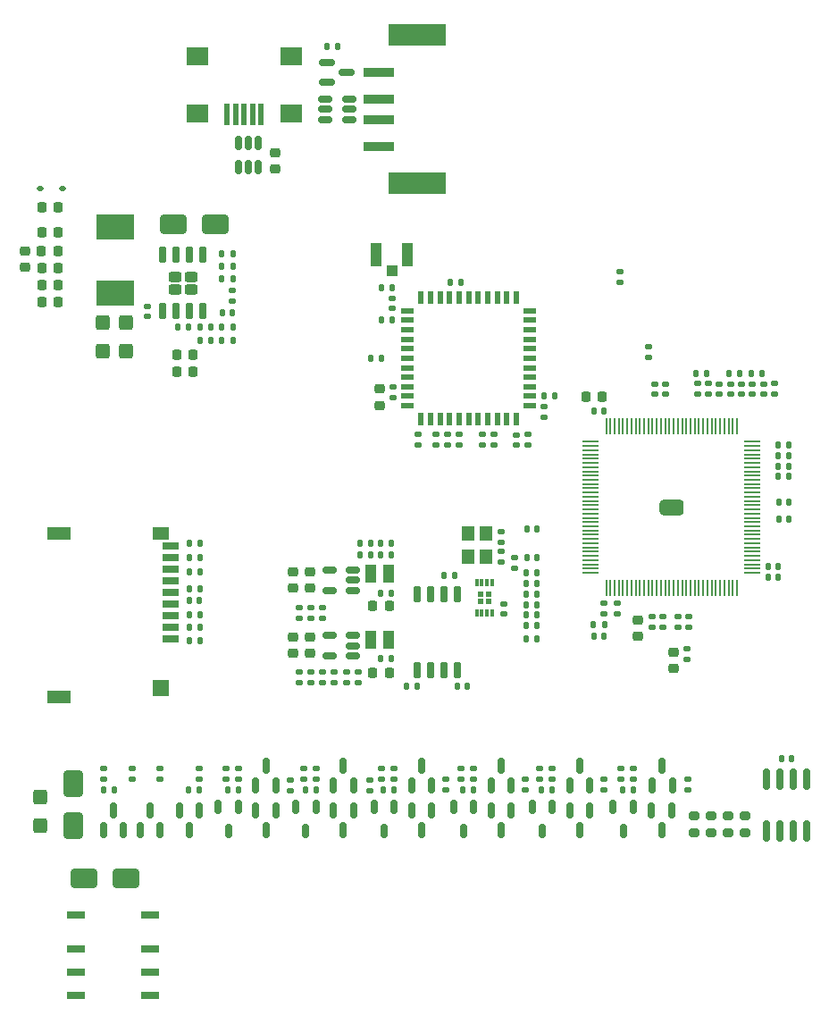
<source format=gbr>
%TF.GenerationSoftware,KiCad,Pcbnew,8.0.0*%
%TF.CreationDate,2024-03-14T10:46:30-06:00*%
%TF.ProjectId,underglow3,756e6465-7267-46c6-9f77-332e6b696361,rev?*%
%TF.SameCoordinates,Original*%
%TF.FileFunction,Paste,Top*%
%TF.FilePolarity,Positive*%
%FSLAX46Y46*%
G04 Gerber Fmt 4.6, Leading zero omitted, Abs format (unit mm)*
G04 Created by KiCad (PCBNEW 8.0.0) date 2024-03-14 10:46:30*
%MOMM*%
%LPD*%
G01*
G04 APERTURE LIST*
G04 Aperture macros list*
%AMRoundRect*
0 Rectangle with rounded corners*
0 $1 Rounding radius*
0 $2 $3 $4 $5 $6 $7 $8 $9 X,Y pos of 4 corners*
0 Add a 4 corners polygon primitive as box body*
4,1,4,$2,$3,$4,$5,$6,$7,$8,$9,$2,$3,0*
0 Add four circle primitives for the rounded corners*
1,1,$1+$1,$2,$3*
1,1,$1+$1,$4,$5*
1,1,$1+$1,$6,$7*
1,1,$1+$1,$8,$9*
0 Add four rect primitives between the rounded corners*
20,1,$1+$1,$2,$3,$4,$5,0*
20,1,$1+$1,$4,$5,$6,$7,0*
20,1,$1+$1,$6,$7,$8,$9,0*
20,1,$1+$1,$8,$9,$2,$3,0*%
G04 Aperture macros list end*
%ADD10RoundRect,0.135000X0.185000X-0.135000X0.185000X0.135000X-0.185000X0.135000X-0.185000X-0.135000X0*%
%ADD11RoundRect,0.135000X-0.135000X-0.185000X0.135000X-0.185000X0.135000X0.185000X-0.135000X0.185000X0*%
%ADD12R,3.000000X0.900000*%
%ADD13R,5.500000X2.050013*%
%ADD14RoundRect,0.140000X-0.140000X-0.170000X0.140000X-0.170000X0.140000X0.170000X-0.140000X0.170000X0*%
%ADD15RoundRect,0.150000X-0.150000X0.825000X-0.150000X-0.825000X0.150000X-0.825000X0.150000X0.825000X0*%
%ADD16RoundRect,0.150000X-0.150000X0.512500X-0.150000X-0.512500X0.150000X-0.512500X0.150000X0.512500X0*%
%ADD17RoundRect,0.250000X-0.650000X1.000000X-0.650000X-1.000000X0.650000X-1.000000X0.650000X1.000000X0*%
%ADD18RoundRect,0.140000X0.170000X-0.140000X0.170000X0.140000X-0.170000X0.140000X-0.170000X-0.140000X0*%
%ADD19RoundRect,0.225000X-0.250000X0.225000X-0.250000X-0.225000X0.250000X-0.225000X0.250000X0.225000X0*%
%ADD20RoundRect,0.150000X0.150000X-0.587500X0.150000X0.587500X-0.150000X0.587500X-0.150000X-0.587500X0*%
%ADD21RoundRect,0.150000X0.512500X0.150000X-0.512500X0.150000X-0.512500X-0.150000X0.512500X-0.150000X0*%
%ADD22RoundRect,0.135000X0.135000X0.185000X-0.135000X0.185000X-0.135000X-0.185000X0.135000X-0.185000X0*%
%ADD23RoundRect,0.150000X-0.587500X-0.150000X0.587500X-0.150000X0.587500X0.150000X-0.587500X0.150000X0*%
%ADD24RoundRect,0.140000X-0.170000X0.140000X-0.170000X-0.140000X0.170000X-0.140000X0.170000X0.140000X0*%
%ADD25RoundRect,0.150000X-0.150000X0.587500X-0.150000X-0.587500X0.150000X-0.587500X0.150000X0.587500X0*%
%ADD26RoundRect,0.135000X-0.185000X0.135000X-0.185000X-0.135000X0.185000X-0.135000X0.185000X0.135000X0*%
%ADD27RoundRect,0.140000X0.140000X0.170000X-0.140000X0.170000X-0.140000X-0.170000X0.140000X-0.170000X0*%
%ADD28RoundRect,0.200000X0.275000X-0.200000X0.275000X0.200000X-0.275000X0.200000X-0.275000X-0.200000X0*%
%ADD29RoundRect,0.225000X0.225000X0.250000X-0.225000X0.250000X-0.225000X-0.250000X0.225000X-0.250000X0*%
%ADD30RoundRect,0.062500X-0.675000X-0.062500X0.675000X-0.062500X0.675000X0.062500X-0.675000X0.062500X0*%
%ADD31RoundRect,0.062500X-0.062500X-0.675000X0.062500X-0.675000X0.062500X0.675000X-0.062500X0.675000X0*%
%ADD32RoundRect,0.381000X-0.762000X-0.381000X0.762000X-0.381000X0.762000X0.381000X-0.762000X0.381000X0*%
%ADD33RoundRect,0.218750X-0.218750X-0.256250X0.218750X-0.256250X0.218750X0.256250X-0.218750X0.256250X0*%
%ADD34RoundRect,0.242500X0.382500X-0.242500X0.382500X0.242500X-0.382500X0.242500X-0.382500X-0.242500X0*%
%ADD35RoundRect,0.150000X0.150000X-0.650000X0.150000X0.650000X-0.150000X0.650000X-0.150000X-0.650000X0*%
%ADD36RoundRect,0.200000X-0.275000X0.200000X-0.275000X-0.200000X0.275000X-0.200000X0.275000X0.200000X0*%
%ADD37RoundRect,0.147500X0.147500X0.172500X-0.147500X0.172500X-0.147500X-0.172500X0.147500X-0.172500X0*%
%ADD38R,0.500000X2.000000*%
%ADD39R,2.000000X1.700000*%
%ADD40RoundRect,0.112500X-0.187500X-0.112500X0.187500X-0.112500X0.187500X0.112500X-0.187500X0.112500X0*%
%ADD41RoundRect,0.225000X-0.225000X-0.250000X0.225000X-0.250000X0.225000X0.250000X-0.225000X0.250000X0*%
%ADD42R,1.200000X1.400000*%
%ADD43RoundRect,0.250000X-1.000000X-0.650000X1.000000X-0.650000X1.000000X0.650000X-1.000000X0.650000X0*%
%ADD44R,1.800000X0.800000*%
%ADD45RoundRect,0.250000X-0.425000X0.450000X-0.425000X-0.450000X0.425000X-0.450000X0.425000X0.450000X0*%
%ADD46RoundRect,0.147500X-0.172500X0.147500X-0.172500X-0.147500X0.172500X-0.147500X0.172500X0.147500X0*%
%ADD47R,1.000000X1.050013*%
%ADD48R,1.050013X2.200000*%
%ADD49R,1.300000X0.500000*%
%ADD50R,0.500000X1.300000*%
%ADD51R,0.600000X0.500000*%
%ADD52R,0.300000X0.750000*%
%ADD53RoundRect,0.250000X0.425000X-0.450000X0.425000X0.450000X-0.425000X0.450000X-0.425000X-0.450000X0*%
%ADD54RoundRect,0.225000X0.250000X-0.225000X0.250000X0.225000X-0.250000X0.225000X-0.250000X-0.225000X0*%
%ADD55R,1.000000X1.720015*%
%ADD56RoundRect,0.150000X-0.150000X0.650000X-0.150000X-0.650000X0.150000X-0.650000X0.150000X0.650000X0*%
%ADD57R,3.620015X2.424003*%
%ADD58RoundRect,0.218750X0.218750X0.256250X-0.218750X0.256250X-0.218750X-0.256250X0.218750X-0.256250X0*%
%ADD59R,1.600000X0.700000*%
%ADD60R,1.500000X1.200000*%
%ADD61R,2.200000X1.200000*%
%ADD62R,1.500000X1.600000*%
G04 APERTURE END LIST*
D10*
%TO.C,R332*%
X39325000Y23410000D03*
X39325000Y24429998D03*
%TD*%
D11*
%TO.C,R324*%
X56050000Y23410000D03*
X57070000Y23410000D03*
%TD*%
%TO.C,R203*%
X35569798Y33205051D03*
X36589796Y33205051D03*
%TD*%
D12*
%TO.C,J302*%
X32975005Y84400127D03*
X32975006Y86900000D03*
X32975006Y88900000D03*
X32975005Y91399873D03*
D13*
X36624994Y80874854D03*
X36624994Y94925146D03*
%TD*%
D14*
%TO.C,C202*%
X40399795Y33205051D03*
X41359795Y33205051D03*
%TD*%
D11*
%TO.C,R428*%
X31145232Y45687519D03*
X32165230Y45687519D03*
%TD*%
D15*
%TO.C,U405*%
X73505000Y24475000D03*
X72235000Y24475000D03*
X70965000Y24475000D03*
X69695000Y24475000D03*
X69695000Y19525000D03*
X70965000Y19525000D03*
X72235000Y19525000D03*
X73505000Y19525000D03*
%TD*%
D16*
%TO.C,Q309*%
X41949998Y21805000D03*
X40050000Y21805000D03*
X40999999Y19530000D03*
%TD*%
D17*
%TO.C,D304*%
X4000000Y24000002D03*
X4000000Y20000000D03*
%TD*%
D18*
%TO.C,C417*%
X46000000Y56110001D03*
X46000000Y57070001D03*
%TD*%
D19*
%TO.C,C213*%
X57537060Y39550051D03*
X57537060Y38000051D03*
%TD*%
D20*
%TO.C,Q312*%
X10338128Y19600001D03*
X12238128Y19600001D03*
X11288128Y21475002D03*
%TD*%
D21*
%TO.C,U403*%
X30537728Y36137524D03*
X30537728Y37087523D03*
X30537728Y38037522D03*
X28262728Y38037522D03*
X28262728Y36137524D03*
%TD*%
D10*
%TO.C,R419*%
X31000228Y33587522D03*
X31000228Y34607520D03*
%TD*%
D22*
%TO.C,C218*%
X47959794Y42992051D03*
X46939796Y42992051D03*
%TD*%
D14*
%TO.C,C205*%
X46969795Y45400051D03*
X47929795Y45400051D03*
%TD*%
D10*
%TO.C,R214*%
X54279975Y40090052D03*
X54279975Y41110050D03*
%TD*%
%TO.C,R455*%
X39509999Y56080002D03*
X39509999Y57100000D03*
%TD*%
D20*
%TO.C,Q313*%
X21300000Y23810000D03*
X23200000Y23810000D03*
X22250000Y25685001D03*
%TD*%
D23*
%TO.C,Q322*%
X28062500Y92350000D03*
X28062500Y90450000D03*
X29937501Y91400000D03*
%TD*%
D10*
%TO.C,R329*%
X25800000Y24410000D03*
X25800000Y25429998D03*
%TD*%
D24*
%TO.C,C211*%
X58829795Y39825051D03*
X58829795Y38865051D03*
%TD*%
D14*
%TO.C,C305*%
X18120000Y68649337D03*
X19080000Y68649337D03*
%TD*%
D25*
%TO.C,Q306*%
X52950000Y21475001D03*
X51050000Y21475001D03*
X52000000Y19600000D03*
%TD*%
D10*
%TO.C,R453*%
X43909999Y56080002D03*
X43909999Y57100000D03*
%TD*%
D22*
%TO.C,R220*%
X15983536Y37550064D03*
X14963538Y37550064D03*
%TD*%
%TO.C,R315*%
X19109999Y73049337D03*
X18090001Y73049337D03*
%TD*%
D10*
%TO.C,R328*%
X18450000Y24410000D03*
X18450000Y25429998D03*
%TD*%
D22*
%TO.C,R215*%
X64009999Y62900000D03*
X62990001Y62900000D03*
%TD*%
D26*
%TO.C,R207*%
X59879924Y39855050D03*
X59879924Y38835052D03*
%TD*%
D18*
%TO.C,C210*%
X68369788Y60920051D03*
X68369788Y61880051D03*
%TD*%
D11*
%TO.C,R202*%
X14963538Y42450064D03*
X15983536Y42450064D03*
%TD*%
D10*
%TO.C,R301*%
X24575000Y23347501D03*
X24575000Y24367499D03*
%TD*%
D27*
%TO.C,C236*%
X54319975Y59300051D03*
X53359975Y59300051D03*
%TD*%
D14*
%TO.C,C201*%
X14993537Y41350064D03*
X15953537Y41350064D03*
%TD*%
D22*
%TO.C,R221*%
X15983536Y38820064D03*
X14963538Y38820064D03*
%TD*%
D28*
%TO.C,R311*%
X62800000Y19350000D03*
X62800000Y21000000D03*
%TD*%
D26*
%TO.C,R415*%
X25400228Y40709999D03*
X25400228Y39690001D03*
%TD*%
D24*
%TO.C,C413*%
X28754228Y34577521D03*
X28754228Y33617521D03*
%TD*%
D22*
%TO.C,R204*%
X15983536Y46750064D03*
X14963538Y46750064D03*
%TD*%
D16*
%TO.C,U303*%
X21549999Y84737500D03*
X20600000Y84737500D03*
X19650001Y84737500D03*
X19650001Y82462500D03*
X20600000Y82462500D03*
X21549999Y82462500D03*
%TD*%
D10*
%TO.C,C224*%
X70459687Y60890052D03*
X70459687Y61910050D03*
%TD*%
D25*
%TO.C,Q317*%
X30550000Y21475001D03*
X28650000Y21475001D03*
X29600000Y19600000D03*
%TD*%
%TO.C,Q305*%
X45499999Y21475001D03*
X43599999Y21475001D03*
X44549999Y19600000D03*
%TD*%
D20*
%TO.C,Q304*%
X58870001Y23810000D03*
X60770001Y23810000D03*
X59820001Y25685001D03*
%TD*%
D29*
%TO.C,C308*%
X2575000Y69649337D03*
X1025000Y69649337D03*
%TD*%
D18*
%TO.C,C215*%
X60149819Y60900052D03*
X60149819Y61860052D03*
%TD*%
D30*
%TO.C,U201*%
X53037500Y56400000D03*
X53037500Y56000000D03*
X53037500Y55600000D03*
X53037500Y55200000D03*
X53037500Y54800000D03*
X53037500Y54400000D03*
X53037500Y54000000D03*
X53037500Y53600000D03*
X53037500Y53200000D03*
X53037500Y52800000D03*
X53037500Y52400000D03*
X53037500Y52000000D03*
X53037500Y51600000D03*
X53037500Y51200000D03*
X53037500Y50800000D03*
X53037500Y50400000D03*
X53037500Y50000000D03*
X53037500Y49600000D03*
X53037500Y49200000D03*
X53037500Y48800000D03*
X53037500Y48400000D03*
X53037500Y48000000D03*
X53037500Y47600000D03*
X53037500Y47200000D03*
X53037500Y46800000D03*
X53037500Y46400000D03*
X53037500Y46000000D03*
X53037500Y45600000D03*
X53037500Y45200000D03*
X53037500Y44800000D03*
X53037500Y44400000D03*
X53037500Y44000000D03*
D31*
X54500000Y42537500D03*
X54900000Y42537500D03*
X55300000Y42537500D03*
X55700000Y42537500D03*
X56100000Y42537500D03*
X56500000Y42537500D03*
X56900000Y42537500D03*
X57300000Y42537500D03*
X57700000Y42537500D03*
X58100000Y42537500D03*
X58500000Y42537500D03*
X58900000Y42537500D03*
X59300000Y42537500D03*
X59700000Y42537500D03*
X60100000Y42537500D03*
X60500000Y42537500D03*
X60900000Y42537500D03*
X61300000Y42537500D03*
X61700000Y42537500D03*
X62100000Y42537500D03*
X62500000Y42537500D03*
X62900000Y42537500D03*
X63300000Y42537500D03*
X63700000Y42537500D03*
X64100000Y42537500D03*
X64500000Y42537500D03*
X64900000Y42537500D03*
X65300000Y42537500D03*
X65700000Y42537500D03*
X66100000Y42537500D03*
X66500000Y42537500D03*
X66900000Y42537500D03*
D30*
X68362500Y44000000D03*
X68362500Y44400000D03*
X68362500Y44800000D03*
X68362500Y45200000D03*
X68362500Y45600000D03*
X68362500Y46000000D03*
X68362500Y46400000D03*
X68362500Y46800000D03*
X68362500Y47200000D03*
X68362500Y47600000D03*
X68362500Y48000000D03*
X68362500Y48400000D03*
X68362500Y48800000D03*
X68362500Y49200000D03*
X68362500Y49600000D03*
X68362500Y50000000D03*
X68362500Y50400000D03*
X68362500Y50800000D03*
X68362500Y51200000D03*
X68362500Y51600000D03*
X68362500Y52000000D03*
X68362500Y52400000D03*
X68362500Y52800000D03*
X68362500Y53200000D03*
X68362500Y53600000D03*
X68362500Y54000000D03*
X68362500Y54400000D03*
X68362500Y54800000D03*
X68362500Y55200000D03*
X68362500Y55600000D03*
X68362500Y56000000D03*
X68362500Y56400000D03*
D31*
X66900000Y57862500D03*
X66500000Y57862500D03*
X66100000Y57862500D03*
X65700000Y57862500D03*
X65300000Y57862500D03*
X64900000Y57862500D03*
X64500000Y57862500D03*
X64100000Y57862500D03*
X63700000Y57862500D03*
X63300000Y57862500D03*
X62900000Y57862500D03*
X62500000Y57862500D03*
X62100000Y57862500D03*
X61700000Y57862500D03*
X61300000Y57862500D03*
X60900000Y57862500D03*
X60500000Y57862500D03*
X60100000Y57862500D03*
X59700000Y57862500D03*
X59300000Y57862500D03*
X58900000Y57862500D03*
X58500000Y57862500D03*
X58100000Y57862500D03*
X57700000Y57862500D03*
X57300000Y57862500D03*
X56900000Y57862500D03*
X56500000Y57862500D03*
X56100000Y57862500D03*
X55700000Y57862500D03*
X55300000Y57862500D03*
X54900000Y57862500D03*
X54500000Y57862500D03*
D32*
X60700000Y50200000D03*
%TD*%
D28*
%TO.C,R307*%
X66060000Y19350000D03*
X66060000Y21000000D03*
%TD*%
D26*
%TO.C,R436*%
X41949998Y25429998D03*
X41949998Y24410000D03*
%TD*%
D10*
%TO.C,R418*%
X29872228Y33587522D03*
X29872228Y34607520D03*
%TD*%
D11*
%TO.C,R334*%
X33379999Y23410000D03*
X34399999Y23410000D03*
%TD*%
D10*
%TO.C,R411*%
X57070000Y24410000D03*
X57070000Y25429998D03*
%TD*%
D19*
%TO.C,C409*%
X26400228Y37887522D03*
X26400228Y36337522D03*
%TD*%
D33*
%TO.C,FB302*%
X1012499Y76249337D03*
X2587501Y76249337D03*
%TD*%
D22*
%TO.C,R216*%
X71849793Y55111728D03*
X70829795Y55111728D03*
%TD*%
%TO.C,R306*%
X15950000Y23410000D03*
X14930002Y23410000D03*
%TD*%
D18*
%TO.C,C405*%
X27636228Y39720000D03*
X27636228Y40680000D03*
%TD*%
D19*
%TO.C,C429*%
X33000000Y61400000D03*
X33000000Y59850000D03*
%TD*%
D11*
%TO.C,R460*%
X32190001Y64325000D03*
X33209999Y64325000D03*
%TD*%
D25*
%TO.C,Q301*%
X15950000Y21475001D03*
X14050000Y21475001D03*
X15000000Y19600000D03*
%TD*%
D26*
%TO.C,R212*%
X63150311Y61909999D03*
X63150311Y60890001D03*
%TD*%
D34*
%TO.C,U301*%
X13625000Y70849337D03*
X15175000Y70849337D03*
X13625000Y72049337D03*
X15175000Y72049337D03*
D35*
X12495001Y68799337D03*
X13765000Y68799337D03*
X15035000Y68799337D03*
X16304999Y68799337D03*
X16304999Y74099337D03*
X15035000Y74099337D03*
X13765000Y74099337D03*
X12495001Y74099337D03*
%TD*%
D26*
%TO.C,R446*%
X6849372Y25429998D03*
X6849372Y24410000D03*
%TD*%
D10*
%TO.C,R318*%
X55870001Y24410000D03*
X55870001Y25429998D03*
%TD*%
D19*
%TO.C,C228*%
X60850025Y36500051D03*
X60850025Y34950051D03*
%TD*%
D14*
%TO.C,C212*%
X70849795Y50700051D03*
X71809795Y50700051D03*
%TD*%
D11*
%TO.C,R217*%
X46939796Y37700051D03*
X47959794Y37700051D03*
%TD*%
D19*
%TO.C,C408*%
X24800228Y37887522D03*
X24800228Y36337522D03*
%TD*%
D36*
%TO.C,R312*%
X64430000Y21000000D03*
X64430000Y19350000D03*
%TD*%
D26*
%TO.C,R327*%
X12238128Y25429998D03*
X12238128Y24410000D03*
%TD*%
D37*
%TO.C,D409*%
X34105000Y45687519D03*
X33135000Y45687519D03*
%TD*%
D38*
%TO.C,J404*%
X21800000Y87400000D03*
X21000000Y87400000D03*
X20200000Y87400000D03*
X19400000Y87400000D03*
X18600000Y87400000D03*
D39*
X24650000Y87500000D03*
X24650000Y92950000D03*
X15750000Y87500000D03*
X15750000Y92950000D03*
%TD*%
D40*
%TO.C,D405*%
X900000Y80400000D03*
X3000000Y80400000D03*
%TD*%
D41*
%TO.C,C303*%
X13800000Y63049337D03*
X15350000Y63049337D03*
%TD*%
D18*
%TO.C,C226*%
X65249947Y60920051D03*
X65249947Y61880051D03*
%TD*%
%TO.C,C204*%
X44529795Y46900051D03*
X44529795Y47860051D03*
%TD*%
D42*
%TO.C,Y201*%
X41379795Y47700051D03*
X41379795Y45500051D03*
X43079795Y45500051D03*
X43079795Y47700051D03*
%TD*%
D22*
%TO.C,R201*%
X15983536Y45400064D03*
X14963538Y45400064D03*
%TD*%
%TO.C,R459*%
X40709999Y71500000D03*
X39690001Y71500000D03*
%TD*%
D26*
%TO.C,R435*%
X49399999Y25429998D03*
X49399999Y24410000D03*
%TD*%
D10*
%TO.C,R454*%
X38409999Y56080002D03*
X38409999Y57100000D03*
%TD*%
%TO.C,R330*%
X33200000Y24410000D03*
X33200000Y25429998D03*
%TD*%
D20*
%TO.C,Q314*%
X28650000Y23810000D03*
X30550000Y23810000D03*
X29600000Y25685001D03*
%TD*%
%TO.C,Q308*%
X6849372Y19600001D03*
X8749372Y19600001D03*
X7799372Y21475002D03*
%TD*%
%TO.C,Q302*%
X43599999Y23810000D03*
X45499999Y23810000D03*
X44549999Y25685001D03*
%TD*%
D22*
%TO.C,R222*%
X15983536Y40050064D03*
X14963538Y40050064D03*
%TD*%
D43*
%TO.C,D305*%
X4999999Y15000000D03*
X9000001Y15000000D03*
%TD*%
D10*
%TO.C,R452*%
X42809999Y56080002D03*
X42809999Y57100000D03*
%TD*%
D36*
%TO.C,R308*%
X67690001Y21000000D03*
X67690001Y19350000D03*
%TD*%
D44*
%TO.C,K301*%
X4277500Y11550000D03*
X4277500Y8350000D03*
X4277500Y6150000D03*
X4277500Y3950000D03*
X11277500Y3950000D03*
X11277500Y6150000D03*
X11277500Y8350000D03*
X11277500Y11550000D03*
%TD*%
D11*
%TO.C,R206*%
X39129796Y43705051D03*
X40149794Y43705051D03*
%TD*%
D45*
%TO.C,C314*%
X6799999Y67700000D03*
X6799999Y65000000D03*
%TD*%
D24*
%TO.C,C235*%
X62329795Y39825051D03*
X62329795Y38865051D03*
%TD*%
D11*
%TO.C,R208*%
X68239564Y62900051D03*
X69259562Y62900051D03*
%TD*%
D26*
%TO.C,R461*%
X47100000Y57100000D03*
X47100000Y56080002D03*
%TD*%
D24*
%TO.C,C231*%
X61329795Y39825051D03*
X61329795Y38865051D03*
%TD*%
D10*
%TO.C,R317*%
X48200000Y24410000D03*
X48200000Y25429998D03*
%TD*%
D46*
%TO.C,L405*%
X34200000Y70000000D03*
X34200000Y69030000D03*
%TD*%
D22*
%TO.C,C219*%
X47959794Y41990051D03*
X46939796Y41990051D03*
%TD*%
D11*
%TO.C,C301*%
X16000000Y67249338D03*
X17019998Y67249338D03*
%TD*%
D22*
%TO.C,R210*%
X47959794Y40988051D03*
X46939796Y40988051D03*
%TD*%
D16*
%TO.C,Q311*%
X57070000Y21805000D03*
X55170002Y21805000D03*
X56120001Y19530000D03*
%TD*%
D11*
%TO.C,R313*%
X18090001Y71849337D03*
X19109999Y71849337D03*
%TD*%
D18*
%TO.C,C304*%
X11000000Y68279337D03*
X11000000Y69239337D03*
%TD*%
D29*
%TO.C,C412*%
X33950000Y34500000D03*
X32400000Y34500000D03*
%TD*%
D26*
%TO.C,R417*%
X25400228Y34607520D03*
X25400228Y33587522D03*
%TD*%
D22*
%TO.C,C217*%
X47959794Y44000051D03*
X46939796Y44000051D03*
%TD*%
D11*
%TO.C,R322*%
X40930000Y23410000D03*
X41949998Y23410000D03*
%TD*%
%TO.C,R323*%
X48380001Y23410000D03*
X49399999Y23410000D03*
%TD*%
D16*
%TO.C,Q320*%
X26999999Y21805000D03*
X25100001Y21805000D03*
X26050000Y19530000D03*
%TD*%
D14*
%TO.C,C222*%
X70849795Y49100051D03*
X71809795Y49100051D03*
%TD*%
D11*
%TO.C,R303*%
X28052501Y93850000D03*
X29072499Y93850000D03*
%TD*%
D47*
%TO.C,ANT401*%
X34200000Y72637490D03*
D48*
X35674981Y74162510D03*
X32725019Y74162510D03*
%TD*%
D29*
%TO.C,C407*%
X33950000Y40857501D03*
X32400000Y40857501D03*
%TD*%
D22*
%TO.C,R457*%
X49609999Y60725000D03*
X48590001Y60725000D03*
%TD*%
D10*
%TO.C,R320*%
X54325000Y23410000D03*
X54325000Y24429998D03*
%TD*%
D16*
%TO.C,Q310*%
X49399999Y21805000D03*
X47500001Y21805000D03*
X48450000Y19530000D03*
%TD*%
D10*
%TO.C,R319*%
X46874999Y23410000D03*
X46874999Y24429998D03*
%TD*%
D49*
%TO.C,U401*%
X35697170Y68825000D03*
X35697170Y67925000D03*
X35697170Y67025000D03*
X35697170Y66125000D03*
X35697170Y65225000D03*
X35697170Y64325000D03*
X35697170Y63425000D03*
X35697170Y62525000D03*
X35697170Y61625000D03*
X35697170Y60725000D03*
X35697170Y59825000D03*
D50*
X36972170Y58550000D03*
X37872170Y58550000D03*
X38772170Y58550000D03*
X39672170Y58550000D03*
X40572170Y58550000D03*
X41472170Y58550000D03*
X42372170Y58550000D03*
X43272170Y58550000D03*
X44172170Y58550000D03*
X45072170Y58550000D03*
X45972170Y58550000D03*
D49*
X47247170Y59825000D03*
X47247170Y60725000D03*
X47247170Y61625000D03*
X47247170Y62525000D03*
X47247170Y63425000D03*
X47247170Y64325000D03*
X47247170Y65225000D03*
X47247170Y66125000D03*
X47247170Y67025000D03*
X47247170Y67925000D03*
X47247170Y68825000D03*
D50*
X45972170Y70100000D03*
X45072170Y70100000D03*
X44172170Y70100000D03*
X43272170Y70100000D03*
X42372170Y70100000D03*
X41472170Y70100000D03*
X40572170Y70100000D03*
X39672170Y70100000D03*
X38772170Y70100000D03*
X37872170Y70100000D03*
X36972170Y70100000D03*
%TD*%
D19*
%TO.C,C404*%
X26400228Y44087519D03*
X26400228Y42537519D03*
%TD*%
D27*
%TO.C,C232*%
X47929795Y48140000D03*
X46969795Y48140000D03*
%TD*%
D11*
%TO.C,R309*%
X18090001Y67249337D03*
X19109999Y67249337D03*
%TD*%
D10*
%TO.C,R316*%
X40749999Y24410000D03*
X40749999Y25429998D03*
%TD*%
D18*
%TO.C,C206*%
X66289894Y60920051D03*
X66289894Y61880051D03*
%TD*%
D29*
%TO.C,C309*%
X2575000Y71249337D03*
X1025000Y71249337D03*
%TD*%
D26*
%TO.C,R213*%
X55519822Y41110050D03*
X55519822Y40090052D03*
%TD*%
D22*
%TO.C,R310*%
X19109999Y66049337D03*
X18090001Y66049337D03*
%TD*%
D10*
%TO.C,R430*%
X34399999Y24410000D03*
X34399999Y25429998D03*
%TD*%
D16*
%TO.C,Q319*%
X19649999Y21805000D03*
X17750001Y21805000D03*
X18700000Y19530000D03*
%TD*%
D10*
%TO.C,R205*%
X45849795Y44380053D03*
X45849795Y45400051D03*
%TD*%
D19*
%TO.C,C311*%
X-600000Y74500000D03*
X-600000Y72950000D03*
%TD*%
D51*
%TO.C,U203*%
X43354795Y41975000D03*
X42604795Y41975000D03*
X43354795Y41325000D03*
X42604795Y41325000D03*
D52*
X43729795Y43100000D03*
X43229795Y43100000D03*
X42729795Y43100000D03*
X42229795Y43100000D03*
X42229795Y40200000D03*
X42729795Y40200000D03*
X43229795Y40200000D03*
X43729795Y40200000D03*
%TD*%
D25*
%TO.C,Q307*%
X60700000Y21475001D03*
X58800000Y21475001D03*
X59750000Y19600000D03*
%TD*%
D53*
%TO.C,C315*%
X852730Y20056590D03*
X852730Y22756590D03*
%TD*%
D22*
%TO.C,R211*%
X54329975Y39100051D03*
X53309977Y39100051D03*
%TD*%
D10*
%TO.C,R414*%
X26518228Y39690001D03*
X26518228Y40709999D03*
%TD*%
%TO.C,R321*%
X62270001Y23410000D03*
X62270001Y24429998D03*
%TD*%
%TO.C,R331*%
X32070000Y23357501D03*
X32070000Y24377499D03*
%TD*%
D43*
%TO.C,D306*%
X13445001Y77040017D03*
X17445003Y77040017D03*
%TD*%
D25*
%TO.C,Q316*%
X23200000Y21475001D03*
X21300000Y21475001D03*
X22250000Y19600000D03*
%TD*%
D37*
%TO.C,D408*%
X34105000Y46800000D03*
X33135000Y46800000D03*
%TD*%
D20*
%TO.C,Q303*%
X51050000Y23810000D03*
X52950000Y23810000D03*
X52000000Y25685001D03*
%TD*%
D11*
%TO.C,C233*%
X70829795Y53100051D03*
X71849793Y53100051D03*
%TD*%
D19*
%TO.C,C403*%
X24800228Y44087519D03*
X24800228Y42537519D03*
%TD*%
D21*
%TO.C,U402*%
X30537728Y42337520D03*
X30537728Y43287519D03*
X30537728Y44237518D03*
X28262728Y44237518D03*
X28262728Y42337520D03*
%TD*%
D10*
%TO.C,R434*%
X26999999Y24410000D03*
X26999999Y25429998D03*
%TD*%
D26*
%TO.C,C401*%
X34300000Y61634999D03*
X34300000Y60615001D03*
%TD*%
D54*
%TO.C,C312*%
X23100000Y82225000D03*
X23100000Y83775000D03*
%TD*%
D10*
%TO.C,R408*%
X19649999Y24410000D03*
X19649999Y25429998D03*
%TD*%
D14*
%TO.C,C220*%
X69829795Y43600051D03*
X70789795Y43600051D03*
%TD*%
D11*
%TO.C,C230*%
X46939796Y39986051D03*
X47959794Y39986051D03*
%TD*%
D24*
%TO.C,C203*%
X44529795Y46000051D03*
X44529795Y45040051D03*
%TD*%
D55*
%TO.C,L401*%
X32200228Y43887522D03*
X33900000Y43887522D03*
%TD*%
D18*
%TO.C,C223*%
X69409735Y60920051D03*
X69409735Y61880051D03*
%TD*%
D26*
%TO.C,R223*%
X58500000Y65409999D03*
X58500000Y64390001D03*
%TD*%
D14*
%TO.C,C426*%
X71120000Y26400000D03*
X72080000Y26400000D03*
%TD*%
D11*
%TO.C,R302*%
X18630001Y23410000D03*
X19649999Y23410000D03*
%TD*%
D41*
%TO.C,C302*%
X13800000Y64649337D03*
X15350000Y64649337D03*
%TD*%
D56*
%TO.C,U202*%
X40399795Y42000051D03*
X39129795Y42000051D03*
X37859795Y42000051D03*
X36589795Y42000051D03*
X36589795Y34800051D03*
X37859795Y34800051D03*
X39129795Y34800051D03*
X40399795Y34800051D03*
%TD*%
D11*
%TO.C,R333*%
X25979999Y23410000D03*
X26999999Y23410000D03*
%TD*%
%TO.C,R427*%
X31145231Y46800000D03*
X32165231Y46800000D03*
%TD*%
D57*
%TO.C,L301*%
X8000000Y76728016D03*
X8000000Y70471984D03*
%TD*%
D22*
%TO.C,R314*%
X19109999Y74249337D03*
X18090001Y74249337D03*
%TD*%
D33*
%TO.C,FB403*%
X1012499Y78600000D03*
X2587501Y78600000D03*
%TD*%
D29*
%TO.C,C237*%
X54149975Y60652536D03*
X52599975Y60652536D03*
%TD*%
D11*
%TO.C,R304*%
X13890001Y67249337D03*
X14909999Y67249337D03*
%TD*%
D26*
%TO.C,R458*%
X48640000Y59709999D03*
X48640000Y58690001D03*
%TD*%
D24*
%TO.C,C306*%
X19080000Y70729337D03*
X19080000Y69769337D03*
%TD*%
D26*
%TO.C,R402*%
X15950000Y25429998D03*
X15950000Y24410000D03*
%TD*%
D25*
%TO.C,Q318*%
X37950000Y21475001D03*
X36050000Y21475001D03*
X37000000Y19600000D03*
%TD*%
D26*
%TO.C,R326*%
X9543750Y25429998D03*
X9543750Y24410000D03*
%TD*%
D14*
%TO.C,C221*%
X69849795Y44609950D03*
X70809795Y44609950D03*
%TD*%
D10*
%TO.C,R450*%
X36700000Y56080002D03*
X36700000Y57100000D03*
%TD*%
%TO.C,R451*%
X40609999Y56080002D03*
X40609999Y57100000D03*
%TD*%
D14*
%TO.C,C227*%
X53339976Y38000051D03*
X54299976Y38000051D03*
%TD*%
D10*
%TO.C,R416*%
X26518228Y33587522D03*
X26518228Y34607520D03*
%TD*%
D55*
%TO.C,L402*%
X32200228Y37687522D03*
X33900000Y37687522D03*
%TD*%
D18*
%TO.C,C209*%
X67329841Y60920051D03*
X67329841Y61880051D03*
%TD*%
D45*
%TO.C,C313*%
X9000000Y67700000D03*
X9000000Y65000000D03*
%TD*%
D11*
%TO.C,C207*%
X70829795Y54105890D03*
X71849793Y54105890D03*
%TD*%
D10*
%TO.C,C225*%
X64200000Y60890052D03*
X64200000Y61910050D03*
%TD*%
D11*
%TO.C,R218*%
X46939796Y39000051D03*
X47959794Y39000051D03*
%TD*%
%TO.C,R305*%
X15999999Y66049337D03*
X17019997Y66049337D03*
%TD*%
D16*
%TO.C,Q321*%
X34399999Y21805000D03*
X32500001Y21805000D03*
X33450000Y19530000D03*
%TD*%
D58*
%TO.C,L302*%
X2562501Y74449337D03*
X987499Y74449337D03*
%TD*%
D22*
%TO.C,R209*%
X67149563Y62900051D03*
X66129565Y62900051D03*
%TD*%
D20*
%TO.C,Q315*%
X36050000Y23810000D03*
X37950000Y23810000D03*
X37000000Y25685001D03*
%TD*%
D26*
%TO.C,R456*%
X55800000Y72519998D03*
X55800000Y71500000D03*
%TD*%
D22*
%TO.C,C428*%
X34200000Y71005001D03*
X33180002Y71005001D03*
%TD*%
%TO.C,C427*%
X34200000Y67925000D03*
X33180002Y67925000D03*
%TD*%
D11*
%TO.C,R325*%
X6849372Y23410000D03*
X7869370Y23410000D03*
%TD*%
D18*
%TO.C,C234*%
X44804795Y40105000D03*
X44804795Y41065000D03*
%TD*%
D22*
%TO.C,R219*%
X15983536Y44050064D03*
X14963538Y44050064D03*
%TD*%
D27*
%TO.C,C406*%
X34120000Y42087519D03*
X33160000Y42087519D03*
%TD*%
D29*
%TO.C,C310*%
X2574999Y72849337D03*
X1024999Y72849337D03*
%TD*%
D21*
%TO.C,U302*%
X30136244Y86950001D03*
X30136244Y87900000D03*
X30136244Y88849999D03*
X27861244Y88849999D03*
X27861244Y87900000D03*
X27861244Y86950001D03*
%TD*%
D27*
%TO.C,C411*%
X34120000Y35887522D03*
X33160000Y35887522D03*
%TD*%
D11*
%TO.C,C208*%
X70829795Y56117566D03*
X71849793Y56117566D03*
%TD*%
D59*
%TO.C,J203*%
X13263513Y37699873D03*
X13263513Y38799950D03*
X13263513Y39900026D03*
X13263513Y41000102D03*
X13263513Y42099924D03*
X13263513Y43200000D03*
X13263513Y44300077D03*
X13263513Y45399899D03*
X13263513Y46499975D03*
D60*
X12263513Y47700128D03*
D61*
X2663563Y47700128D03*
X2663563Y32200000D03*
D62*
X12263513Y33099924D03*
%TD*%
D18*
%TO.C,C214*%
X59129795Y60900051D03*
X59129795Y61860051D03*
%TD*%
D24*
%TO.C,C229*%
X62150025Y36775051D03*
X62150025Y35815051D03*
%TD*%
D18*
%TO.C,C410*%
X27636228Y33617521D03*
X27636228Y34577521D03*
%TD*%
M02*

</source>
